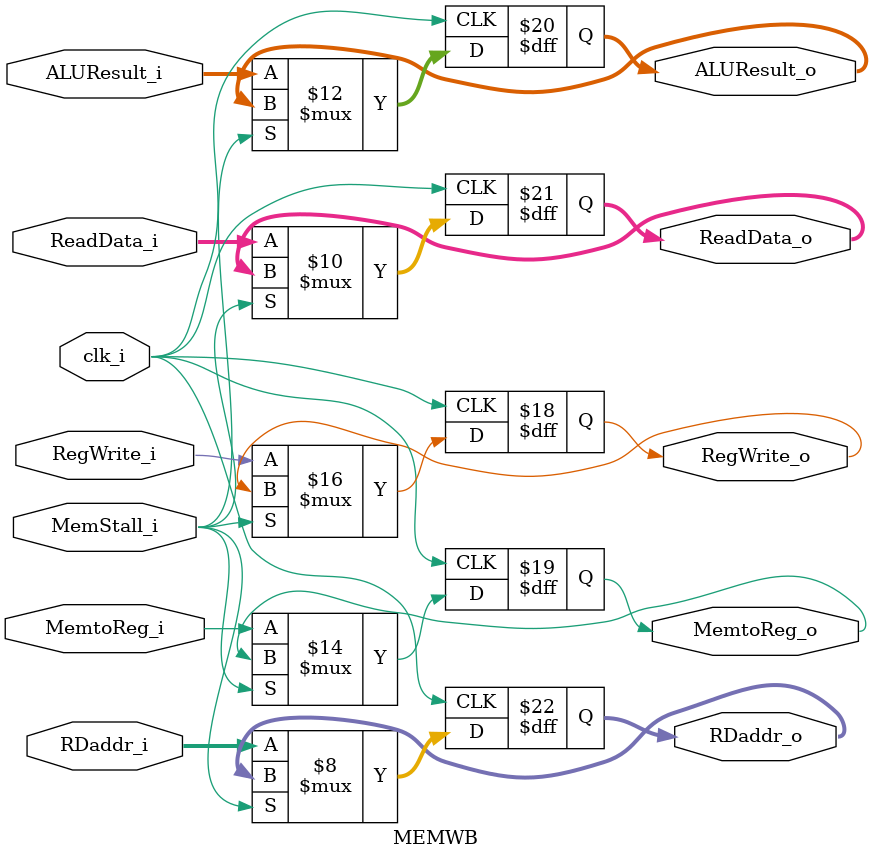
<source format=v>
module MEMWB (
	clk_i,
	RegWrite_i,
    MemtoReg_i,
    ALUResult_i,
    ReadData_i,
    RDaddr_i,
    MemStall_i,
    RegWrite_o,
    MemtoReg_o,
    ALUResult_o,
    ReadData_o,
    RDaddr_o
);

input						clk_i;
input						RegWrite_i, MemtoReg_i;
input	signed	[31:0]		ALUResult_i, ReadData_i;
input			[4:0]		RDaddr_i;
input 						MemStall_i;

output						RegWrite_o, MemtoReg_o;
output	signed	[31:0]		ALUResult_o, ReadData_o;
output			[4:0]		RDaddr_o;

reg 						RegWrite_o = 1'b0, MemtoReg_o = 1'b0;
reg 	signed	[31:0]		ALUResult_o = 32'b0, ReadData_o = 32'b0;
reg 			[4:0]		RDaddr_o = 5'b0;

always @(posedge clk_i) begin
    if (~MemStall_i) begin
        RegWrite_o <= RegWrite_i;
        MemtoReg_o <= MemtoReg_i;
        ALUResult_o <= ALUResult_i;
        ReadData_o <= ReadData_i;
        RDaddr_o <= RDaddr_i;
    end

end
endmodule

</source>
